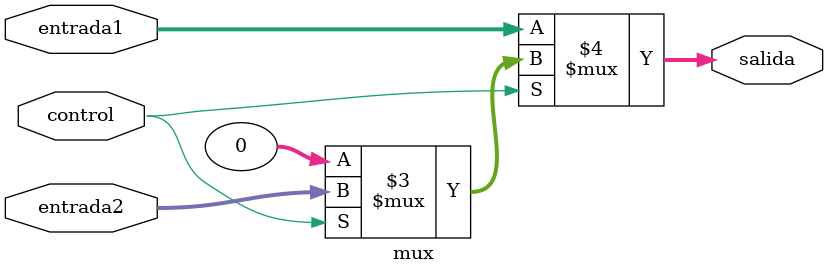
<source format=v>
module mux(
  input wire control,    
  input wire [31: 0] entrada1, // Puede ser el data1
  input wire [31: 0] entrada2, // Puede ser el data2           
  output wire [31:0] salida 
);

  assign salida = (control == 1'b0) ? entrada1 :
             (control == 1'b1) ? entrada2 : 32'b0; // Salida alta impedancia en caso de que sel sea 2'b11

endmodule
</source>
